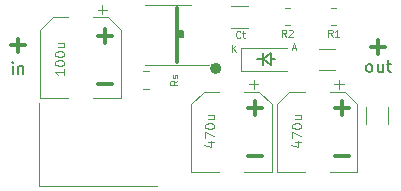
<source format=gto>
%TF.GenerationSoftware,KiCad,Pcbnew,(6.0.7)*%
%TF.CreationDate,2022-10-15T23:28:00+03:00*%
%TF.ProjectId,mc34063-step-down-dev-0.3,6d633334-3036-4332-9d73-7465702d646f,rev?*%
%TF.SameCoordinates,Original*%
%TF.FileFunction,Legend,Top*%
%TF.FilePolarity,Positive*%
%FSLAX46Y46*%
G04 Gerber Fmt 4.6, Leading zero omitted, Abs format (unit mm)*
G04 Created by KiCad (PCBNEW (6.0.7)) date 2022-10-15 23:28:00*
%MOMM*%
%LPD*%
G01*
G04 APERTURE LIST*
%ADD10C,0.150000*%
%ADD11C,0.471761*%
%ADD12C,0.300000*%
%ADD13C,0.100000*%
%ADD14C,0.120000*%
G04 APERTURE END LIST*
D10*
X102057200Y-51612800D02*
X102057200Y-52120800D01*
D11*
X98238720Y-52374800D02*
G75*
G03*
X98238720Y-52374800I-235880J0D01*
G01*
D10*
X102057200Y-51612800D02*
X102717600Y-52120800D01*
X94792800Y-49225200D02*
X95250000Y-49225200D01*
X95250000Y-49225200D02*
X95250000Y-49733200D01*
X95250000Y-49733200D02*
X94792800Y-49733200D01*
X94792800Y-49733200D02*
X94792800Y-49225200D01*
G36*
X94792800Y-49225200D02*
G01*
X95250000Y-49225200D01*
X95250000Y-49733200D01*
X94792800Y-49733200D01*
X94792800Y-49225200D01*
G37*
X102057200Y-51612800D02*
X102057200Y-51104800D01*
X102057200Y-51612800D02*
X101549200Y-51612800D01*
X103073200Y-51612800D02*
X102717600Y-51612800D01*
X102717600Y-51104800D02*
X102057200Y-51612800D01*
D12*
X94742000Y-51816000D02*
X94742000Y-47244000D01*
D10*
X102717600Y-51612800D02*
X102717600Y-52120800D01*
X102717600Y-51612800D02*
X102717600Y-51104800D01*
D12*
X88074571Y-49637142D02*
X89217428Y-49637142D01*
X88646000Y-50208571D02*
X88646000Y-49065714D01*
D13*
X100090285Y-49744285D02*
X100061714Y-49772857D01*
X99976000Y-49801428D01*
X99918857Y-49801428D01*
X99833142Y-49772857D01*
X99776000Y-49715714D01*
X99747428Y-49658571D01*
X99718857Y-49544285D01*
X99718857Y-49458571D01*
X99747428Y-49344285D01*
X99776000Y-49287142D01*
X99833142Y-49230000D01*
X99918857Y-49201428D01*
X99976000Y-49201428D01*
X100061714Y-49230000D01*
X100090285Y-49258571D01*
X100261714Y-49401428D02*
X100490285Y-49401428D01*
X100347428Y-49201428D02*
X100347428Y-49715714D01*
X100376000Y-49772857D01*
X100433142Y-49801428D01*
X100490285Y-49801428D01*
D14*
X104730571Y-58629428D02*
X105263904Y-58629428D01*
X104425809Y-58819904D02*
X104997238Y-59010380D01*
X104997238Y-58515142D01*
X104463904Y-58286571D02*
X104463904Y-57753238D01*
X105263904Y-58096095D01*
X104463904Y-57296095D02*
X104463904Y-57219904D01*
X104502000Y-57143714D01*
X104540095Y-57105619D01*
X104616285Y-57067523D01*
X104768666Y-57029428D01*
X104959142Y-57029428D01*
X105111523Y-57067523D01*
X105187714Y-57105619D01*
X105225809Y-57143714D01*
X105263904Y-57219904D01*
X105263904Y-57296095D01*
X105225809Y-57372285D01*
X105187714Y-57410380D01*
X105111523Y-57448476D01*
X104959142Y-57486571D01*
X104768666Y-57486571D01*
X104616285Y-57448476D01*
X104540095Y-57410380D01*
X104502000Y-57372285D01*
X104463904Y-57296095D01*
X104730571Y-56343714D02*
X105263904Y-56343714D01*
X104730571Y-56686571D02*
X105149619Y-56686571D01*
X105225809Y-56648476D01*
X105263904Y-56572285D01*
X105263904Y-56458000D01*
X105225809Y-56381809D01*
X105187714Y-56343714D01*
X85197904Y-52457238D02*
X85197904Y-52914380D01*
X85197904Y-52685809D02*
X84397904Y-52685809D01*
X84512190Y-52762000D01*
X84588380Y-52838190D01*
X84626476Y-52914380D01*
X84397904Y-51962000D02*
X84397904Y-51885809D01*
X84436000Y-51809619D01*
X84474095Y-51771523D01*
X84550285Y-51733428D01*
X84702666Y-51695333D01*
X84893142Y-51695333D01*
X85045523Y-51733428D01*
X85121714Y-51771523D01*
X85159809Y-51809619D01*
X85197904Y-51885809D01*
X85197904Y-51962000D01*
X85159809Y-52038190D01*
X85121714Y-52076285D01*
X85045523Y-52114380D01*
X84893142Y-52152476D01*
X84702666Y-52152476D01*
X84550285Y-52114380D01*
X84474095Y-52076285D01*
X84436000Y-52038190D01*
X84397904Y-51962000D01*
X84397904Y-51200095D02*
X84397904Y-51123904D01*
X84436000Y-51047714D01*
X84474095Y-51009619D01*
X84550285Y-50971523D01*
X84702666Y-50933428D01*
X84893142Y-50933428D01*
X85045523Y-50971523D01*
X85121714Y-51009619D01*
X85159809Y-51047714D01*
X85197904Y-51123904D01*
X85197904Y-51200095D01*
X85159809Y-51276285D01*
X85121714Y-51314380D01*
X85045523Y-51352476D01*
X84893142Y-51390571D01*
X84702666Y-51390571D01*
X84550285Y-51352476D01*
X84474095Y-51314380D01*
X84436000Y-51276285D01*
X84397904Y-51200095D01*
X84664571Y-50247714D02*
X85197904Y-50247714D01*
X84664571Y-50590571D02*
X85083619Y-50590571D01*
X85159809Y-50552476D01*
X85197904Y-50476285D01*
X85197904Y-50362000D01*
X85159809Y-50285809D01*
X85121714Y-50247714D01*
D13*
X94759428Y-53397142D02*
X94473714Y-53597142D01*
X94759428Y-53740000D02*
X94159428Y-53740000D01*
X94159428Y-53511428D01*
X94188000Y-53454285D01*
X94216571Y-53425714D01*
X94273714Y-53397142D01*
X94359428Y-53397142D01*
X94416571Y-53425714D01*
X94445142Y-53454285D01*
X94473714Y-53511428D01*
X94473714Y-53740000D01*
X94730857Y-53168571D02*
X94759428Y-53111428D01*
X94759428Y-52997142D01*
X94730857Y-52940000D01*
X94673714Y-52911428D01*
X94645142Y-52911428D01*
X94588000Y-52940000D01*
X94559428Y-52997142D01*
X94559428Y-53082857D01*
X94530857Y-53140000D01*
X94473714Y-53168571D01*
X94445142Y-53168571D01*
X94388000Y-53140000D01*
X94359428Y-53082857D01*
X94359428Y-52997142D01*
X94388000Y-52940000D01*
D12*
X80708571Y-50424542D02*
X81851428Y-50424542D01*
X81280000Y-50995971D02*
X81280000Y-49853114D01*
D14*
X104505142Y-50646000D02*
X104790857Y-50646000D01*
X104448000Y-50817428D02*
X104648000Y-50217428D01*
X104848000Y-50817428D01*
D12*
X108140571Y-55733142D02*
X109283428Y-55733142D01*
X108712000Y-56304571D02*
X108712000Y-55161714D01*
X100774571Y-55733142D02*
X101917428Y-55733142D01*
X101346000Y-56304571D02*
X101346000Y-55161714D01*
D10*
X110950476Y-52674780D02*
X110855238Y-52627161D01*
X110807619Y-52579542D01*
X110760000Y-52484304D01*
X110760000Y-52198590D01*
X110807619Y-52103352D01*
X110855238Y-52055733D01*
X110950476Y-52008114D01*
X111093333Y-52008114D01*
X111188571Y-52055733D01*
X111236190Y-52103352D01*
X111283809Y-52198590D01*
X111283809Y-52484304D01*
X111236190Y-52579542D01*
X111188571Y-52627161D01*
X111093333Y-52674780D01*
X110950476Y-52674780D01*
X112140952Y-52008114D02*
X112140952Y-52674780D01*
X111712380Y-52008114D02*
X111712380Y-52531923D01*
X111760000Y-52627161D01*
X111855238Y-52674780D01*
X111998095Y-52674780D01*
X112093333Y-52627161D01*
X112140952Y-52579542D01*
X112474285Y-52008114D02*
X112855238Y-52008114D01*
X112617142Y-51674780D02*
X112617142Y-52531923D01*
X112664761Y-52627161D01*
X112760000Y-52674780D01*
X112855238Y-52674780D01*
D12*
X108140571Y-59797142D02*
X109283428Y-59797142D01*
X111188571Y-50551542D02*
X112331428Y-50551542D01*
X111760000Y-51122971D02*
X111760000Y-49980114D01*
D10*
X80827619Y-52801780D02*
X80827619Y-52135114D01*
X80827619Y-51801780D02*
X80780000Y-51849400D01*
X80827619Y-51897019D01*
X80875238Y-51849400D01*
X80827619Y-51801780D01*
X80827619Y-51897019D01*
X81303809Y-52135114D02*
X81303809Y-52801780D01*
X81303809Y-52230352D02*
X81351428Y-52182733D01*
X81446666Y-52135114D01*
X81589523Y-52135114D01*
X81684761Y-52182733D01*
X81732380Y-52277971D01*
X81732380Y-52801780D01*
D12*
X100774571Y-59797142D02*
X101917428Y-59797142D01*
D14*
X97364571Y-58629428D02*
X97897904Y-58629428D01*
X97059809Y-58819904D02*
X97631238Y-59010380D01*
X97631238Y-58515142D01*
X97097904Y-58286571D02*
X97097904Y-57753238D01*
X97897904Y-58096095D01*
X97097904Y-57296095D02*
X97097904Y-57219904D01*
X97136000Y-57143714D01*
X97174095Y-57105619D01*
X97250285Y-57067523D01*
X97402666Y-57029428D01*
X97593142Y-57029428D01*
X97745523Y-57067523D01*
X97821714Y-57105619D01*
X97859809Y-57143714D01*
X97897904Y-57219904D01*
X97897904Y-57296095D01*
X97859809Y-57372285D01*
X97821714Y-57410380D01*
X97745523Y-57448476D01*
X97593142Y-57486571D01*
X97402666Y-57486571D01*
X97250285Y-57448476D01*
X97174095Y-57410380D01*
X97136000Y-57372285D01*
X97097904Y-57296095D01*
X97364571Y-56343714D02*
X97897904Y-56343714D01*
X97364571Y-56686571D02*
X97783619Y-56686571D01*
X97859809Y-56648476D01*
X97897904Y-56572285D01*
X97897904Y-56458000D01*
X97859809Y-56381809D01*
X97821714Y-56343714D01*
D12*
X88074571Y-53701142D02*
X89217428Y-53701142D01*
D14*
X99410857Y-50944428D02*
X99410857Y-50344428D01*
X99753714Y-50944428D02*
X99496571Y-50601571D01*
X99753714Y-50344428D02*
X99410857Y-50687285D01*
D13*
%TO.C,R1*%
X107900800Y-49674428D02*
X107700800Y-49388714D01*
X107557942Y-49674428D02*
X107557942Y-49074428D01*
X107786514Y-49074428D01*
X107843657Y-49103000D01*
X107872228Y-49131571D01*
X107900800Y-49188714D01*
X107900800Y-49274428D01*
X107872228Y-49331571D01*
X107843657Y-49360142D01*
X107786514Y-49388714D01*
X107557942Y-49388714D01*
X108472228Y-49674428D02*
X108129371Y-49674428D01*
X108300800Y-49674428D02*
X108300800Y-49074428D01*
X108243657Y-49160142D01*
X108186514Y-49217285D01*
X108129371Y-49245857D01*
%TO.C,R2*%
X103963800Y-49674428D02*
X103763800Y-49388714D01*
X103620942Y-49674428D02*
X103620942Y-49074428D01*
X103849514Y-49074428D01*
X103906657Y-49103000D01*
X103935228Y-49131571D01*
X103963800Y-49188714D01*
X103963800Y-49274428D01*
X103935228Y-49331571D01*
X103906657Y-49360142D01*
X103849514Y-49388714D01*
X103620942Y-49388714D01*
X104192371Y-49131571D02*
X104220942Y-49103000D01*
X104278085Y-49074428D01*
X104420942Y-49074428D01*
X104478085Y-49103000D01*
X104506657Y-49131571D01*
X104535228Y-49188714D01*
X104535228Y-49245857D01*
X104506657Y-49331571D01*
X104163800Y-49674428D01*
X104535228Y-49674428D01*
D14*
%TO.C,Co1*%
X101212300Y-53322100D02*
X101212300Y-54109600D01*
X95954800Y-55414037D02*
X95954800Y-61169600D01*
X102774800Y-55414037D02*
X102774800Y-61169600D01*
X101710363Y-54349600D02*
X102774800Y-55414037D01*
X97019237Y-54349600D02*
X98304800Y-54349600D01*
X97019237Y-54349600D02*
X95954800Y-55414037D01*
X95954800Y-61169600D02*
X98304800Y-61169600D01*
X102774800Y-61169600D02*
X100424800Y-61169600D01*
X101710363Y-54349600D02*
X100424800Y-54349600D01*
X101606050Y-53715850D02*
X100818550Y-53715850D01*
%TO.C,D1*%
X100112000Y-50612800D02*
X100112000Y-52612800D01*
X100112000Y-50612800D02*
X104012000Y-50612800D01*
X100112000Y-52612800D02*
X104012000Y-52612800D01*
%TO.C,Ct1*%
X99313948Y-47096000D02*
X100736452Y-47096000D01*
X99313948Y-48916000D02*
X100736452Y-48916000D01*
%TO.C,Co4*%
X110748400Y-55676748D02*
X110748400Y-57099252D01*
X112568400Y-55676748D02*
X112568400Y-57099252D01*
%TO.C,U2*%
X83055000Y-55301000D02*
X83055000Y-62301000D01*
X83055000Y-62301000D02*
X93055000Y-62301000D01*
%TO.C,Co3*%
X108153252Y-52522800D02*
X106730748Y-52522800D01*
X108153252Y-50702800D02*
X106730748Y-50702800D01*
%TO.C,Ci1*%
X84217637Y-48025000D02*
X83153200Y-49089437D01*
X88908763Y-48025000D02*
X89973200Y-49089437D01*
X88804450Y-47391250D02*
X88016950Y-47391250D01*
X84217637Y-48025000D02*
X85503200Y-48025000D01*
X89973200Y-54845000D02*
X87623200Y-54845000D01*
X89973200Y-49089437D02*
X89973200Y-54845000D01*
X83153200Y-54845000D02*
X85503200Y-54845000D01*
X83153200Y-49089437D02*
X83153200Y-54845000D01*
X88908763Y-48025000D02*
X87623200Y-48025000D01*
X88410700Y-46997500D02*
X88410700Y-47785000D01*
%TO.C,Co2*%
X108451300Y-53322100D02*
X108451300Y-54109600D01*
X103193800Y-55414037D02*
X103193800Y-61169600D01*
X104258237Y-54349600D02*
X105543800Y-54349600D01*
X108845050Y-53715850D02*
X108057550Y-53715850D01*
X103193800Y-61169600D02*
X105543800Y-61169600D01*
X104258237Y-54349600D02*
X103193800Y-55414037D01*
X108949363Y-54349600D02*
X110013800Y-55414037D01*
X110013800Y-61169600D02*
X107663800Y-61169600D01*
X108949363Y-54349600D02*
X107663800Y-54349600D01*
X110013800Y-55414037D02*
X110013800Y-61169600D01*
%TO.C,R1*%
X108227864Y-48690200D02*
X107773736Y-48690200D01*
X108227864Y-47220200D02*
X107773736Y-47220200D01*
%TO.C,U1*%
X93980000Y-46970000D02*
X92030000Y-46970000D01*
X93980000Y-52090000D02*
X97430000Y-52090000D01*
X93980000Y-52090000D02*
X92030000Y-52090000D01*
X93980000Y-46970000D02*
X95930000Y-46970000D01*
%TO.C,R2*%
X104290864Y-47220200D02*
X103836736Y-47220200D01*
X104290864Y-48690200D02*
X103836736Y-48690200D01*
%TO.C,RSC1*%
X91873336Y-52605000D02*
X92327464Y-52605000D01*
X91873336Y-54075000D02*
X92327464Y-54075000D01*
%TD*%
M02*

</source>
